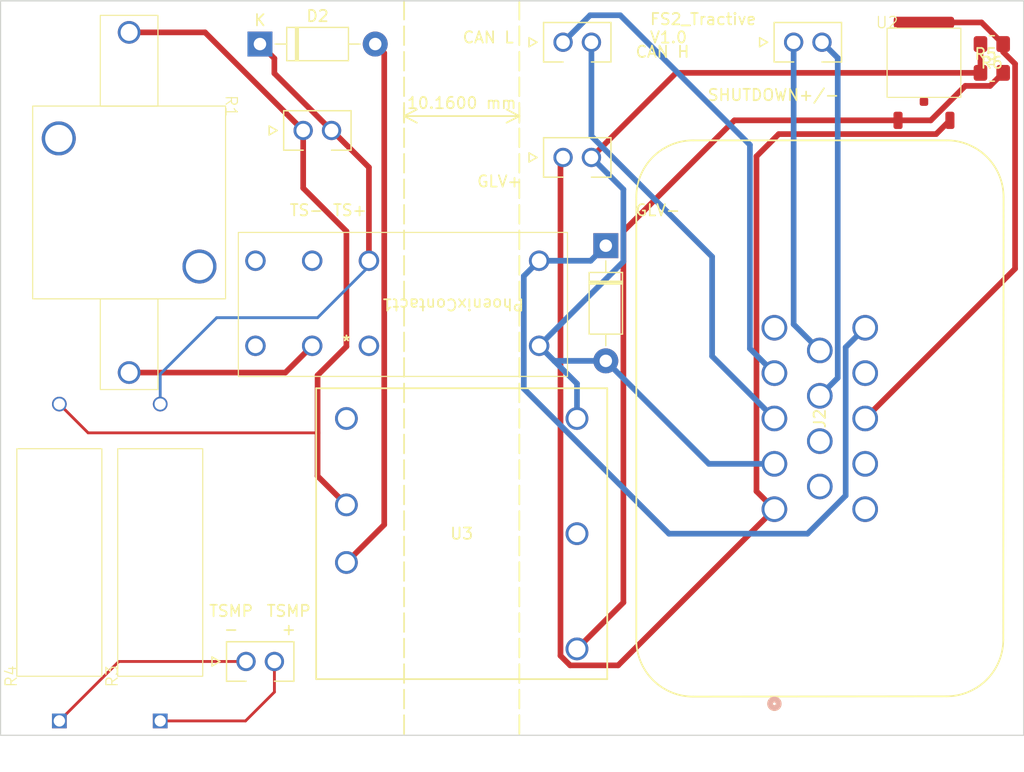
<source format=kicad_pcb>
(kicad_pcb (version 20221018) (generator pcbnew)
  (layers (0 "F.Cu" signal) (31 "B.Cu" signal) (34 "B.Paste" user) (35 "F.Paste" user) (36 "B.SilkS" user "B.Silkscreen") (37 "F.SilkS" user "F.Silkscreen") (38 "B.Mask" user) (39 "F.Mask" user) (44 "Edge.Cuts" user))
  (net 0 "")
  (net 2 "Net-(D2-K)")
  (net 3 "Net-(D2-A)")
  (net 4 "Net-(U2-S)")
  (net 10 "Net-(U2-D)")
  (net 12 "GND")
  (net 13 "Net-(U2-G)")
  (net 15 "Net-(J3-Pad1)")
  (net 17 "Net-(J2-Pad9)")
  (net 18 "Net-(J2-Pad8)")
  (net 19 "Net-(J2-Pad4)")
  (net 20 "Net-(J2-Pad3)")
  (net 21 "/AIRS_FINAL")
  (net 24 "Net-(PhoenixContact1-switching-Pad4)")
  (net 26 "Net-(J1-Pad1)")
  (net 27 "Net-(J1-Pad2)")
  (footprint "Library:resistor_ts" (layer "F.Cu") (at 14.1335 72.263 90)
    (fp_text reference "R4" (at 0 -0.5 90 unlocked) (layer "F.SilkS") (effects (font (thickness 0.1))))
    (fp_text value "5k")
    (fp_rect (start 0 0) (end 20.066 7.493) (stroke (width 0.1)) (fill none) (layer "F.SilkS"))
    (pad "1" thru_hole rect (at -3.937 3.7465 90) (size 1.3 1.3) (drill 1) (layers "*.Cu" "*.Mask") (net 26 "Net-(J1-Pad1)"))
    (pad "2" thru_hole circle (at 24.003 3.7465 90) (size 1.3 1.3) (drill 1) (layers "*.Cu" "*.Mask") (net 15 "Net-(J3-Pad1)"))
  )
  (footprint "Library:G70P02K" (layer "F.Cu") (at 90.83 15.112)
    (fp_text reference "U2" (at 0 -0.5 unlocked) (layer "F.SilkS") (effects (font (thickness 0.1))))
    (fp_text value "~")
    (fp_rect (start 0 0) (end 6.5 6.1) (stroke (width 0.1)) (fill none) (layer "F.SilkS"))
    (pad "1" smd roundrect (at 0.964 8.1255) (size 0.8 1.525) (layers "F.Cu" "F.Paste" "F.Mask") (net 13 "Net-(U2-G)"))
    (pad "2" smd roundrect (at 5.536 8.1255) (size 0.8 1.525) (layers "F.Cu" "F.Paste" "F.Mask") (net 4 "Net-(U2-S)"))
    (pad "3" smd roundrect (at 3.25 -0.506) (size 5.334 1.012) (layers "F.Cu" "F.Paste" "F.Mask") (net 10 "Net-(U2-D)"))
    (pad "4" smd roundrect (at 3.25 6.475) (size 0.75 0.75) (layers "F.Cu" "F.Paste" "F.Mask"))
  )
  (footprint "Resistor_SMD:R_0805_2012Metric_Pad1.20x1.40mm_HandSolder" (layer "F.Cu") (at 100.06 19.05)
    (fp_text reference "R5" (at -0.54 -1.65) (layer "F.SilkS"))
    (fp_text value "2k")
    (fp_line (start -0.227064 -0.735) (end 0.227064 -0.735) (stroke (width 0.12)) (layer "F.SilkS"))
    (fp_line (start -0.227064 0.735) (end 0.227064 0.735) (stroke (width 0.12)) (layer "F.SilkS"))
    (pad "1" smd roundrect (at -1 0) (size 1.2 1.4) (layers "F.Cu" "F.Paste" "F.Mask") (roundrect_rratio 0.2083333333) (net 12 "GND"))
    (pad "2" smd roundrect (at 1 0) (size 1.2 1.4) (layers "F.Cu" "F.Paste" "F.Mask") (roundrect_rratio 0.2083333333) (net 13 "Net-(U2-G)"))
  )
  (footprint "Library:CONN14_776261_TEC" (layer "F.Cu") (at 88.9 41.530001 90)
    (fp_text reference "J2" (at -7.999999 -4 90 unlocked) (layer "F.SilkS"))
    (fp_text value "776261-1")
    (fp_circle (center -33.158699 -7.999999) (end -32.777699 -7.999999) (stroke (width 0.508)) (fill none) (layer "B.SilkS"))
    (fp_line (start -32.5285 -15.1676) (end -32.5031 7.1666) (stroke (width 0.1524)) (layer "F.SilkS"))
    (fp_line (start -27.4993 12.1704) (end 11.5227 12.1958) (stroke (width 0.1524)) (layer "F.SilkS"))
    (fp_line (start 11.5227 -20.1714) (end -27.5247 -20.1714) (stroke (width 0.1524)) (layer "F.SilkS"))
    (fp_line (start 16.5265 7.192) (end 16.5265 -15.1676) (stroke (width 0.1524)) (layer "F.SilkS"))
    (fp_arc (start -32.5285 -15.1676) (mid -31.062921 -18.705821) (end -27.5247 -20.1714) (stroke (width 0.1524)) (layer "F.SilkS"))
    (fp_arc (start -27.4993 12.1704) (mid -31.037521 10.704821) (end -32.5031 7.1666) (stroke (width 0.1524)) (layer "F.SilkS"))
    (fp_arc (start 11.5227 -20.1714) (mid 15.060921 -18.705821) (end 16.5265 -15.1676) (stroke (width 0.1524)) (layer "F.SilkS"))
    (fp_arc (start 16.5265 7.192) (mid 15.060921 10.730221) (end 11.5227 12.1958) (stroke (width 0.1524)) (layer "F.SilkS"))
    (fp_circle (center -33.158699 -7.999999) (end -32.777699 -7.999999) (stroke (width 0.508)) (fill none) (layer "F.SilkS"))
    (pad "" np_thru_hole circle (at -27.199999 3.300001 90) (size 2.0066 2.0066) (drill 2.0066) (layers "*.Cu" "*.Mask"))
    (pad "" np_thru_hole circle (at -25.700003 -14.799999 90) (size 2.0066 2.0066) (drill 2.0066) (layers "*.Cu" "*.Mask"))
    (pad "" np_thru_hole circle (at 9.700004 -14.799999 90) (size 2.0066 2.0066) (drill 2.0066) (layers "*.Cu" "*.Mask"))
    (pad "" np_thru_hole circle (at 11.200001 3.300001 90) (size 2.0066 2.0066) (drill 2.0066) (layers "*.Cu" "*.Mask"))
    (pad "1" thru_hole circle (at -15.999999 -7.999999 90) (size 2.2606 2.2606) (drill 1.7526) (layers "*.Cu" "*.Mask") (net 4 "Net-(U2-S)"))
    (pad "2" thru_hole circle (at -11.999999 -7.999999 90) (size 2.2606 2.2606) (drill 1.7526) (layers "*.Cu" "*.Mask") (net 12 "GND"))
    (pad "3" thru_hole circle (at -7.999999 -7.999999 90) (size 2.2606 2.2606) (drill 1.7526) (layers "*.Cu" "*.Mask") (net 20 "Net-(J2-Pad3)"))
    (pad "4" thru_hole circle (at -4 -7.999999 90) (size 2.2606 2.2606) (drill 1.7526) (layers "*.Cu" "*.Mask") (net 19 "Net-(J2-Pad4)"))
    (pad "5" thru_hole circle (at 0 -7.999999 90) (size 2.2606 2.2606) (drill 1.7526) (layers "*.Cu" "*.Mask"))
    (pad "6" thru_hole circle (at -13.999999 -4 90) (size 2.2606 2.2606) (drill 1.7526) (layers "*.Cu" "*.Mask"))
    (pad "7" thru_hole circle (at -9.999999 -4 90) (size 2.2606 2.2606) (drill 1.7526) (layers "*.Cu" "*.Mask"))
    (pad "8" thru_hole circle (at -5.999999 -4 90) (size 2.2606 2.2606) (drill 1.7526) (layers "*.Cu" "*.Mask") (net 18 "Net-(J2-Pad8)"))
    (pad "9" thru_hole circle (at -2 -4 90) (size 2.2606 2.2606) (drill 1.7526) (layers "*.Cu" "*.Mask") (net 17 "Net-(J2-Pad9)"))
    (pad "10" thru_hole circle (at -15.999999 0 90) (size 2.2606 2.2606) (drill 1.7526) (layers "*.Cu" "*.Mask"))
    (pad "11" thru_hole circle (at -11.999999 0 90) (size 2.2606 2.2606) (drill 1.7526) (layers "*.Cu" "*.Mask"))
    (pad "12" thru_hole circle (at -7.999999 0 90) (size 2.2606 2.2606) (drill 1.7526) (layers "*.Cu" "*.Mask") (net 10 "Net-(U2-D)"))
    (pad "13" thru_hole circle (at -4 0 90) (size 2.2606 2.2606) (drill 1.7526) (layers "*.Cu" "*.Mask"))
    (pad "14" thru_hole circle (at 0 0 90) (size 2.2606 2.2606) (drill 1.7526) (layers "*.Cu" "*.Mask") (net 21 "/AIRS_FINAL"))
  )
  (footprint "Library:D_DO-41_SOD81_P10.16mm_Horizontal" (layer "F.Cu") (at 66.04 34.29 -90)
    (fp_text reference "D1" hide)
    (fp_text value "1N4001")
    (fp_line (start 1.34 0) (end 2.36 0) (stroke (width 0.12)) (layer "F.SilkS"))
    (fp_line (start 2.36 -1.47) (end 2.36 1.47) (stroke (width 0.12)) (layer "F.SilkS"))
    (fp_line (start 2.36 1.47) (end 7.8 1.47) (stroke (width 0.12)) (layer "F.SilkS"))
    (fp_line (start 3.14 -1.47) (end 3.14 1.47) (stroke (width 0.12)) (layer "F.SilkS"))
    (fp_line (start 3.26 -1.47) (end 3.26 1.47) (stroke (width 0.12)) (layer "F.SilkS"))
    (fp_line (start 3.38 -1.47) (end 3.38 1.47) (stroke (width 0.12)) (layer "F.SilkS"))
    (fp_line (start 7.8 -1.47) (end 2.36 -1.47) (stroke (width 0.12)) (layer "F.SilkS"))
    (fp_line (start 7.8 1.47) (end 7.8 -1.47) (stroke (width 0.12)) (layer "F.SilkS"))
    (fp_line (start 8.82 0) (end 7.8 0) (stroke (width 0.12)) (layer "F.SilkS"))
    (pad "1" thru_hole rect (at 0 0 270) (size 2.2 2.2) (drill 1.1) (layers "*.Cu" "*.Mask") (net 21 "/AIRS_FINAL"))
    (pad "2" thru_hole oval (at 10.16 0 270) (size 2.2 2.2) (drill 1.1) (layers "*.Cu" "*.Mask") (net 12 "GND"))
  )
  (footprint "Library:MOLEX_1053091202" (layer "F.Cu") (at 34.33425 70.96)
    (fp_text reference "J1" hide)
    (fp_text value "TSMP")
    (fp_line (start -3 -0.4) (end -3 0.4) (stroke (width 0.127)) (layer "F.SilkS"))
    (fp_line (start -3 0.4) (end -2.3 0) (stroke (width 0.127)) (layer "F.SilkS"))
    (fp_line (start -2.3 0) (end -3 -0.4) (stroke (width 0.127)) (layer "F.SilkS"))
    (fp_line (start -1.72 -1.74) (end 4.22 -1.74) (stroke (width 0.127)) (layer "F.SilkS"))
    (fp_line (start -1.72 1.74) (end -1.72 -1.74) (stroke (width 0.127)) (layer "F.SilkS"))
    (fp_line (start 0 1.74) (end -1.72 1.74) (stroke (width 0.127)) (layer "F.SilkS"))
    (fp_line (start 4.22 -1.74) (end 4.22 1.74) (stroke (width 0.127)) (layer "F.SilkS"))
    (fp_line (start 4.22 1.74) (end 2.5 1.74) (stroke (width 0.127)) (layer "F.SilkS"))
    (pad "" np_thru_hole circle (at 1.25 1.34) (size 1.3 1.3) (drill 1.3) (layers "*.Cu" "*.Mask"))
    (pad "1" thru_hole circle (at 0 0) (size 1.7 1.7) (drill 1.2) (layers "*.Cu") (net 26 "Net-(J1-Pad1)"))
    (pad "2" thru_hole circle (at 2.5 0) (size 1.7 1.7) (drill 1.2) (layers "*.Cu") (net 27 "Net-(J1-Pad2)"))
  )
  (footprint "Library:resistor" (layer "F.Cu") (at 32.53 21.98 -90)
    (fp_text reference "R1" (at 0 -0.5 -90 unlocked) (layer "F.SilkS") (effects (font (thickness 0.1))))
    (fp_text value "680")
    (fp_rect (start -8 5.96) (end 0 11.04) (stroke (width 0.1)) (fill none) (layer "F.SilkS"))
    (fp_rect (start 0 0) (end 17 17) (stroke (width 0.1)) (fill none) (layer "F.SilkS"))
    (fp_rect (start 17 5.96) (end 25 11.04) (stroke (width 0.1)) (fill none) (layer "F.SilkS"))
    (pad "" np_thru_hole circle (at 2.85 14.7 270) (size 3 3) (drill 2.4) (layers "F&B.Cu" "*.Mask"))
    (pad "" np_thru_hole circle (at 14.15 2.3 270) (size 3 3) (drill 2.4) (layers "F&B.Cu" "*.Mask"))
    (pad "1" thru_hole circle (at 23.5 8.5 270) (size 2 2) (drill 1.5) (layers "*.Cu" "*.Mask") (net 24 "Net-(PhoenixContact1-switching-Pad4)"))
    (pad "2" thru_hole circle (at -6.5 8.5 270) (size 2 2) (drill 1.5) (layers "*.Cu" "*.Mask") (net 15 "Net-(J3-Pad1)"))
  )
  (footprint "Library:resistor_ts" (layer "F.Cu") (at 23.0235 72.263 90)
    (fp_text reference "R3" (at 0 -0.5 90 unlocked) (layer "F.SilkS") (effects (font (thickness 0.1))))
    (fp_text value "5k")
    (fp_rect (start 0 0) (end 20.066 7.493) (stroke (width 0.1)) (fill none) (layer "F.SilkS"))
    (pad "1" thru_hole rect (at -3.937 3.7465 90) (size 1.3 1.3) (drill 1) (layers "*.Cu" "*.Mask") (net 27 "Net-(J1-Pad2)"))
    (pad "2" thru_hole circle (at 24.003 3.7465 90) (size 1.3 1.3) (drill 1) (layers "*.Cu" "*.Mask") (net 2 "Net-(D2-K)"))
  )
  (footprint "1FS_2_Global_Footprint_Library:PQDE6W-Q110-S5-H-D_CUI" (layer "F.Cu") (at 43.18 49.53)
    (fp_text reference "U3" (at 10.16 10.16 unlocked) (layer "F.SilkS"))
    (fp_text value "PQDE6W-Q110-S5-H-D")
    (fp_text user "*" (at 0 -6.773334 unlocked) (layer "F.SilkS"))
    (fp_text user "*" (at 0 -6.773334) (layer "F.SilkS"))
    (fp_line (start -2.667 -2.667) (end -2.667 22.987) (stroke (width 0.1524)) (layer "F.SilkS"))
    (fp_line (start -2.667 22.987) (end 22.987 22.987) (stroke (width 0.1524)) (layer "F.SilkS"))
    (fp_line (start 22.987 -2.667) (end -2.667 -2.667) (stroke (width 0.1524)) (layer "F.SilkS"))
    (fp_line (start 22.987 22.987) (end 22.987 -2.667) (stroke (width 0.1524)) (layer "F.SilkS"))
    (pad "1" thru_hole circle (at 0 0) (size 2.0066 2.0066) (drill 1.4986) (layers "*.Cu" "*.Mask"))
    (pad "2" thru_hole circle (at 0 7.62) (size 2.0066 2.0066) (drill 1.4986) (layers "*.Cu" "*.Mask") (net 15 "Net-(J3-Pad1)"))
    (pad "3" thru_hole circle (at 0 12.7) (size 2.0066 2.0066) (drill 1.4986) (layers "*.Cu" "*.Mask") (net 3 "Net-(D2-A)"))
    (pad "4" thru_hole circle (at 20.32 20.32) (size 2.0066 2.0066) (drill 1.4986) (layers "*.Cu" "*.Mask") (net 13 "Net-(U2-G)"))
    (pad "5" thru_hole circle (at 20.32 10.16) (size 2.0066 2.0066) (drill 1.4986) (layers "*.Cu" "*.Mask"))
    (pad "6" thru_hole circle (at 20.32 0) (size 2.0066 2.0066) (drill 1.4986) (layers "*.Cu" "*.Mask") (net 12 "GND"))
  )
  (footprint "Library:relay" (layer "F.Cu") (at 62.6635 33.12 -90)
    (fp_text reference "PhoenixContact1" hide)
    (fp_text value "~")
    (fp_text user "${REFERENCE}" (at 6.35 10.1 -180 unlocked) (layer "F.SilkS"))
    (fp_rect (start 0 0) (end 12.7 29.007) (stroke (width 0.1)) (fill none) (layer "F.SilkS"))
    (pad "1" thru_hole circle (at 2.5 2.5 270) (size 1.8 1.8) (drill 1.3) (layers "*.Cu" "*.Mask") (net 21 "/AIRS_FINAL"))
    (pad "2" thru_hole circle (at 10 2.5 270) (size 1.8 1.8) (drill 1.3) (layers "*.Cu" "*.Mask") (net 12 "GND"))
    (pad "3" thru_hole circle (at 2.5 17.5 270) (size 1.8 1.8) (drill 1.3) (layers "*.Cu" "*.Mask") (net 2 "Net-(D2-K)"))
    (pad "4" thru_hole circle (at 10 22.5 270) (size 1.8 1.8) (drill 1.3) (layers "*.Cu" "*.Mask") (net 24 "Net-(PhoenixContact1-switching-Pad4)"))
    (pad "5" thru_hole circle (at 10 27.5 270) (size 1.8 1.8) (drill 1.3) (layers "*.Cu" "*.Mask"))
    (pad "6" thru_hole circle (at 10 17.5 270) (size 1.8 1.8) (drill 1.3) (layers "*.Cu" "*.Mask"))
    (pad "7" thru_hole circle (at 2.5 22.5 270) (size 1.8 1.8) (drill 1.3) (layers "*.Cu" "*.Mask"))
    (pad "8" thru_hole circle (at 2.5 27.5 270) (size 1.8 1.8) (drill 1.3) (layers "*.Cu" "*.Mask"))
  )
  (footprint "Library:MOLEX_1053091202" (layer "F.Cu") (at 82.59425 16.35)
    (fp_text reference "J4" hide)
    (fp_text value "Shutdown")
    (fp_line (start -3 -0.4) (end -3 0.4) (stroke (width 0.127)) (layer "F.SilkS"))
    (fp_line (start -3 0.4) (end -2.3 0) (stroke (width 0.127)) (layer "F.SilkS"))
    (fp_line (start -2.3 0) (end -3 -0.4) (stroke (width 0.127)) (layer "F.SilkS"))
    (fp_line (start -1.72 -1.74) (end 4.22 -1.74) (stroke (width 0.127)) (layer "F.SilkS"))
    (fp_line (start -1.72 1.74) (end -1.72 -1.74) (stroke (width 0.127)) (layer "F.SilkS"))
    (fp_line (start 0 1.74) (end -1.72 1.74) (stroke (width 0.127)) (layer "F.SilkS"))
    (fp_line (start 4.22 -1.74) (end 4.22 1.74) (stroke (width 0.127)) (layer "F.SilkS"))
    (fp_line (start 4.22 1.74) (end 2.5 1.74) (stroke (width 0.127)) (layer "F.SilkS"))
    (pad "" np_thru_hole circle (at 1.25 1.34) (size 1.3 1.3) (drill 1.3) (layers "*.Cu" "*.Mask"))
    (pad "1" thru_hole circle (at 0 0) (size 1.7 1.7) (drill 1.2) (layers "*.Cu") (net 17 "Net-(J2-Pad9)"))
    (pad "2" thru_hole circle (at 2.5 0) (size 1.7 1.7) (drill 1.2) (layers "*.Cu") (net 18 "Net-(J2-Pad8)"))
  )
  (footprint "Library:MOLEX_1053091202" (layer "F.Cu") (at 62.27425 16.35)
    (fp_text reference "J5" hide)
    (fp_text value "CAN")
    (fp_line (start -3 -0.4) (end -3 0.4) (stroke (width 0.127)) (layer "F.SilkS"))
    (fp_line (start -3 0.4) (end -2.3 0) (stroke (width 0.127)) (layer "F.SilkS"))
    (fp_line (start -2.3 0) (end -3 -0.4) (stroke (width 0.127)) (layer "F.SilkS"))
    (fp_line (start -1.72 -1.74) (end 4.22 -1.74) (stroke (width 0.127)) (layer "F.SilkS"))
    (fp_line (start -1.72 1.74) (end -1.72 -1.74) (stroke (width 0.127)) (layer "F.SilkS"))
    (fp_line (start 0 1.74) (end -1.72 1.74) (stroke (width 0.127)) (layer "F.SilkS"))
    (fp_line (start 4.22 -1.74) (end 4.22 1.74) (stroke (width 0.127)) (layer "F.SilkS"))
    (fp_line (start 4.22 1.74) (end 2.5 1.74) (stroke (width 0.127)) (layer "F.SilkS"))
    (pad "" np_thru_hole circle (at 1.25 1.34) (size 1.3 1.3) (drill 1.3) (layers "*.Cu" "*.Mask"))
    (pad "1" thru_hole circle (at 0 0) (size 1.7 1.7) (drill 1.2) (layers "*.Cu") (net 19 "Net-(J2-Pad4)"))
    (pad "2" thru_hole circle (at 2.5 0) (size 1.7 1.7) (drill 1.2) (layers "*.Cu") (net 20 "Net-(J2-Pad3)"))
  )
  (footprint "Library:MOLEX_1053091202" (layer "F.Cu") (at 39.37 24.13)
    (fp_text reference "J3" hide)
    (fp_text value "TS")
    (fp_line (start -3 -0.4) (end -3 0.4) (stroke (width 0.127)) (layer "F.SilkS"))
    (fp_line (start -3 0.4) (end -2.3 0) (stroke (width 0.127)) (layer "F.SilkS"))
    (fp_line (start -2.3 0) (end -3 -0.4) (stroke (width 0.127)) (layer "F.SilkS"))
    (fp_line (start -1.72 -1.74) (end 4.22 -1.74) (stroke (width 0.127)) (layer "F.SilkS"))
    (fp_line (start -1.72 1.74) (end -1.72 -1.74) (stroke (width 0.127)) (layer "F.SilkS"))
    (fp_line (start 0 1.74) (end -1.72 1.74) (stroke (width 0.127)) (layer "F.SilkS"))
    (fp_line (start 4.22 -1.74) (end 4.22 1.74) (stroke (width 0.127)) (layer "F.SilkS"))
    (fp_line (start 4.22 1.74) (end 2.5 1.74) (stroke (width 0.127)) (layer "F.SilkS"))
    (pad "" np_thru_hole circle (at 1.25 1.34) (size 1.3 1.3) (drill 1.3) (layers "*.Cu" "*.Mask"))
    (pad "1" thru_hole circle (at 0 0) (size 1.7 1.7) (drill 1.2) (layers "*.Cu") (net 15 "Net-(J3-Pad1)"))
    (pad "2" thru_hole circle (at 2.5 0) (size 1.7 1.7) (drill 1.2) (layers "*.Cu") (net 2 "Net-(D2-K)"))
  )
  (footprint "Resistor_SMD:R_0805_2012Metric_Pad1.20x1.40mm_HandSolder" (layer "F.Cu") (at 100.06 16.51 180)
    (fp_text reference "R6" (at 0 -1.65) (layer "F.SilkS"))
    (fp_text value "2k")
    (fp_line (start -0.227064 -0.735) (end 0.227064 -0.735) (stroke (width 0.12)) (layer "F.SilkS"))
    (fp_line (start -0.227064 0.735) (end 0.227064 0.735) (stroke (width 0.12)) (layer "F.SilkS"))
    (pad "1" smd roundrect (at -1 0 180) (size 1.2 1.4) (layers "F.Cu" "F.Paste" "F.Mask") (roundrect_rratio 0.2083333333) (net 10 "Net-(U2-D)"))
    (pad "2" smd roundrect (at 1 0 180) (size 1.2 1.4) (layers "F.Cu" "F.Paste" "F.Mask") (roundrect_rratio 0.2083333333) (net 12 "GND"))
  )
  (footprint "Diode_THT:D_DO-41_SOD81_P10.16mm_Horizontal" (layer "F.Cu") (at 35.56 16.51)
    (fp_text reference "D2" (at 5.08 -2.47) (layer "F.SilkS"))
    (fp_text value "20")
    (fp_text user "K" (at 0 -2.1) (layer "F.SilkS"))
    (fp_line (start 1.34 0) (end 2.36 0) (stroke (width 0.12)) (layer "F.SilkS"))
    (fp_line (start 2.36 -1.47) (end 2.36 1.47) (stroke (width 0.12)) (layer "F.SilkS"))
    (fp_line (start 2.36 1.47) (end 7.8 1.47) (stroke (width 0.12)) (layer "F.SilkS"))
    (fp_line (start 3.14 -1.47) (end 3.14 1.47) (stroke (width 0.12)) (layer "F.SilkS"))
    (fp_line (start 3.26 -1.47) (end 3.26 1.47) (stroke (width 0.12)) (layer "F.SilkS"))
    (fp_line (start 3.38 -1.47) (end 3.38 1.47) (stroke (width 0.12)) (layer "F.SilkS"))
    (fp_line (start 7.8 -1.47) (end 2.36 -1.47) (stroke (width 0.12)) (layer "F.SilkS"))
    (fp_line (start 7.8 1.47) (end 7.8 -1.47) (stroke (width 0.12)) (layer "F.SilkS"))
    (fp_line (start 8.82 0) (end 7.8 0) (stroke (width 0.12)) (layer "F.SilkS"))
    (pad "1" thru_hole rect (at 0 0) (size 2.2 2.2) (drill 1.1) (layers "*.Cu" "*.Mask") (net 2 "Net-(D2-K)"))
    (pad "2" thru_hole oval (at 10.16 0) (size 2.2 2.2) (drill 1.1) (layers "*.Cu" "*.Mask") (net 3 "Net-(D2-A)"))
  )
  (footprint "Library:MOLEX_1053091202" (layer "F.Cu") (at 62.27425 26.51)
    (fp_text reference "J6" hide)
    (fp_text value "GLV")
    (fp_line (start -3 -0.4) (end -3 0.4) (stroke (width 0.127)) (layer "F.SilkS"))
    (fp_line (start -3 0.4) (end -2.3 0) (stroke (width 0.127)) (layer "F.SilkS"))
    (fp_line (start -2.3 0) (end -3 -0.4) (stroke (width 0.127)) (layer "F.SilkS"))
    (fp_line (start -1.72 -1.74) (end 4.22 -1.74) (stroke (width 0.127)) (layer "F.SilkS"))
    (fp_line (start -1.72 1.74) (end -1.72 -1.74) (stroke (width 0.127)) (layer "F.SilkS"))
    (fp_line (start 0 1.74) (end -1.72 1.74) (stroke (width 0.127)) (layer "F.SilkS"))
    (fp_line (start 4.22 -1.74) (end 4.22 1.74) (stroke (width 0.127)) (layer "F.SilkS"))
    (fp_line (start 4.22 1.74) (end 2.5 1.74) (stroke (width 0.127)) (layer "F.SilkS"))
    (pad "" np_thru_hole circle (at 1.25 1.34) (size 1.3 1.3) (drill 1.3) (layers "*.Cu" "*.Mask"))
    (pad "1" thru_hole circle (at 0 0) (size 1.7 1.7) (drill 1.2) (layers "*.Cu") (net 4 "Net-(U2-S)"))
    (pad "2" thru_hole circle (at 2.5 0) (size 1.7 1.7) (drill 1.2) (layers "*.Cu") (net 12 "GND"))
  )
  (gr_line (start 58.42 12.7) (end 58.42 77.47) (stroke (width 0.15) (type dash)) (layer "F.SilkS"))
  (gr_line (start 48.26 12.7) (end 48.26 77.47) (stroke (width 0.15) (type dash)) (layer "F.SilkS"))
  (gr_rect (start 12.7 12.7) (end 102.87 77.47) (stroke (width 0.1)) (fill none) (layer "Edge.Cuts"))
  (gr_text "TSMP\n-" (at 33.02 67.31) (layer "F.SilkS") (effects (font (size 1 1))))
  (gr_text "SHUTDOWN+/-" (at 74.93 21.59) (layer "F.SilkS") (effects (font (size 1 1)) (justify left bottom)))
  (gr_text "GLV+" (at 54.61 29.21) (layer "F.SilkS") (effects (font (size 1 1)) (justify left bottom)))
  (gr_text "TS-" (at 38.1 31.75) (layer "F.SilkS") (effects (font (size 1 1)) (justify left bottom)))
  (gr_text "TSMP\n+" (at 38.1 67.31) (layer "F.SilkS") (effects (font (size 1 1))))
  (gr_text "FS2_Tractive\nV1.0" (at 69.85 16.51) (layer "F.SilkS") (effects (font (size 1 1)) (justify left bottom)))
  (gr_text "GLV-" (at 68.58 31.75) (layer "F.SilkS") (effects (font (size 1 1)) (justify left bottom)))
  (gr_text "CAN L" (at 53.34 16.51) (layer "F.SilkS") (effects (font (size 1 1)) (justify left bottom)))
  (gr_text "CAN H" (at 68.58 17.78) (layer "F.SilkS") (effects (font (size 1 1)) (justify left bottom)))
  (gr_text "TS+" (at 41.91 31.75) (layer "F.SilkS") (effects (font (size 1 1)) (justify left bottom)))
  (dimension (type aligned) (layer "F.SilkS") (pts (xy 48.26 21.59) (xy 58.42 21.59)) (height 1.27) (gr_text "10.1600 mm" (at 53.34 21.71) (layer "F.SilkS") (effects (font (size 1 1) (thickness 0.15)))) (format (prefix "") (suffix "") (units 3) (units_format 1) (precision 4)) (style (thickness 0.15) (arrow_length 1.27) (text_position_mode 0) (extension_height 0.58642) (extension_offset 0.5) keep_text_aligned))
  (segment (start 36.83 17.78) (end 35.56 16.51) (width 0.5) (layer "F.Cu") (net 2))
  (segment (start 45.1635 35.62) (end 45.1635 27.3835) (width 0.5) (layer "F.Cu") (net 2))
  (segment (start 36.83 19.09) (end 36.83 17.78) (width 0.5) (layer "F.Cu") (net 2))
  (segment (start 45.1635 27.3835) (end 41.91 24.13) (width 0.5) (layer "F.Cu") (net 2))
  (segment (start 41.91 24.13) (end 41.87 24.13) (width 0.5) (layer "F.Cu") (net 2))
  (segment (start 41.87 24.13) (end 36.83 19.09) (width 0.5) (layer "F.Cu") (net 2))
  (segment (start 40.64 40.64) (end 45.1635 36.1165) (width 0.25) (layer "B.Cu") (net 2))
  (segment (start 31.75 40.64) (end 40.64 40.64) (width 0.25) (layer "B.Cu") (net 2))
  (segment (start 45.1635 36.1165) (end 45.1635 35.62) (width 0.25) (layer "B.Cu") (net 2))
  (segment (start 26.77 45.62) (end 31.75 40.64) (width 0.25) (layer "B.Cu") (net 2))
  (segment (start 26.77 48.26) (end 26.77 45.62) (width 0.25) (layer "B.Cu") (net 2))
  (segment (start 45.72 16.51) (end 46.5135 17.3035) (width 0.5) (layer "F.Cu") (net 3))
  (segment (start 46.5135 17.3035) (end 46.5135 58.8965) (width 0.5) (layer "F.Cu") (net 3))
  (segment (start 46.5135 58.8965) (end 43.18 62.23) (width 0.5) (layer "F.Cu") (net 3))
  (segment (start 79.319701 26.410299) (end 81.28 24.45) (width 0.5) (layer "F.Cu") (net 4))
  (segment (start 79.319701 55.9497) (end 79.319701 26.410299) (width 0.5) (layer "F.Cu") (net 4))
  (segment (start 62.27425 26.51) (end 62.0467 26.73755) (width 0.5) (layer "F.Cu") (net 4))
  (segment (start 95.1535 24.45) (end 81.28 24.45) (width 0.5) (layer "F.Cu") (net 4))
  (segment (start 62.898022 71.3033) (end 67.126701 71.3033) (width 0.5) (layer "F.Cu") (net 4))
  (segment (start 62.0467 70.451978) (end 62.898022 71.3033) (width 0.5) (layer "F.Cu") (net 4))
  (segment (start 80.900001 57.53) (end 79.319701 55.9497) (width 0.5) (layer "F.Cu") (net 4))
  (segment (start 67.126701 71.3033) (end 80.900001 57.53) (width 0.5) (layer "F.Cu") (net 4))
  (segment (start 96.366 23.2375) (end 95.1535 24.45) (width 0.5) (layer "F.Cu") (net 4))
  (segment (start 62.0467 26.73755) (end 62.0467 70.451978) (width 0.5) (layer "F.Cu") (net 4))
  (segment (start 102.11 36.32) (end 88.9 49.53) (width 0.5) (layer "F.Cu") (net 10))
  (segment (start 101.06 16.51) (end 101.06 17.21) (width 0.5) (layer "F.Cu") (net 10))
  (segment (start 99.156 14.606) (end 101.06 16.51) (width 0.5) (layer "F.Cu") (net 10))
  (segment (start 102.11 18.26) (end 102.11 36.32) (width 0.5) (layer "F.Cu") (net 10))
  (segment (start 101.06 17.21) (end 102.11 18.26) (width 0.5) (layer "F.Cu") (net 10))
  (segment (start 94.08 14.606) (end 99.156 14.606) (width 0.5) (layer "F.Cu") (net 10))
  (segment (start 99.06 16.51) (end 99.06 19.05) (width 0.5) (layer "F.Cu") (net 12))
  (segment (start 72.23425 19.05) (end 64.77425 26.51) (width 0.5) (layer "F.Cu") (net 12))
  (segment (start 99.06 19.05) (end 72.23425 19.05) (width 0.5) (layer "F.Cu") (net 12))
  (segment (start 61.4935 44.45) (end 60.1635 43.12) (width 0.5) (layer "B.Cu") (net 12))
  (segment (start 67.59 29.32575) (end 67.59 35.6935) (width 0.5) (layer "B.Cu") (net 12))
  (segment (start 63.5 49.53) (end 63.5 46.4565) (width 0.5) (layer "B.Cu") (net 12))
  (segment (start 80.900001 53.53) (end 75.12 53.53) (width 0.5) (layer "B.Cu") (net 12))
  (segment (start 75.12 53.53) (end 66.04 44.45) (width 0.5) (layer "B.Cu") (net 12))
  (segment (start 63.5 46.4565) (end 61.4935 44.45) (width 0.5) (layer "B.Cu") (net 12))
  (segment (start 66.04 44.45) (end 61.4935 44.45) (width 0.5) (layer "B.Cu") (net 12))
  (segment (start 64.77425 26.51) (end 67.59 29.32575) (width 0.5) (layer "B.Cu") (net 12))
  (segment (start 67.59 35.6935) (end 60.1635 43.12) (width 0.5) (layer "B.Cu") (net 12))
  (segment (start 97.721762 20.2) (end 99.91 20.2) (width 0.5) (layer "F.Cu") (net 13))
  (segment (start 67.59 65.76) (end 63.5 69.85) (width 0.5) (layer "F.Cu") (net 13))
  (segment (start 67.59 33.02005) (end 67.59 65.76) (width 0.5) (layer "F.Cu") (net 13))
  (segment (start 91.794 23.2375) (end 94.684262 23.2375) (width 0.5) (layer "F.Cu") (net 13))
  (segment (start 77.37255 23.2375) (end 67.59 33.02005) (width 0.5) (layer "F.Cu") (net 13))
  (segment (start 94.684262 23.2375) (end 97.721762 20.2) (width 0.5) (layer "F.Cu") (net 13))
  (segment (start 91.794 23.2375) (end 77.37255 23.2375) (width 0.5) (layer "F.Cu") (net 13))
  (segment (start 99.91 20.2) (end 101.06 19.05) (width 0.5) (layer "F.Cu") (net 13))
  (segment (start 40.64 50.8) (end 40.64 45.72) (width 0.5) (layer "F.Cu") (net 15))
  (segment (start 39.37 24.13) (end 30.72 15.48) (width 0.5) (layer "F.Cu") (net 15))
  (segment (start 30.72 15.48) (end 24.03 15.48) (width 0.5) (layer "F.Cu") (net 15))
  (segment (start 40.64 50.8) (end 40.64 54.61) (width 0.5) (layer "F.Cu") (net 15))
  (segment (start 20.42 50.8) (end 17.88 48.26) (width 0.25) (layer "F.Cu") (net 15))
  (segment (start 43.18 33.02) (end 39.37 29.21) (width 0.5) (layer "F.Cu") (net 15))
  (segment (start 40.64 54.61) (end 43.18 57.15) (width 0.5) (layer "F.Cu") (net 15))
  (segment (start 39.37 29.21) (end 39.37 24.13) (width 0.5) (layer "F.Cu") (net 15))
  (segment (start 40.64 45.72) (end 43.18 43.18) (width 0.5) (layer "F.Cu") (net 15))
  (segment (start 40.64 50.8) (end 20.42 50.8) (width 0.25) (layer "F.Cu") (net 15))
  (segment (start 43.18 43.18) (end 43.18 33.02) (width 0.5) (layer "F.Cu") (net 15))
  (segment (start 82.59425 41.224251) (end 84.9 43.530001) (width 0.5) (layer "B.Cu") (net 17))
  (segment (start 82.59425 16.35) (end 82.59425 41.224251) (width 0.5) (layer "B.Cu") (net 17))
  (segment (start 86.4803 17.73605) (end 86.4803 45.9497) (width 0.5) (layer "B.Cu") (net 18))
  (segment (start 85.09425 16.35) (end 86.4803 17.73605) (width 0.5) (layer "B.Cu") (net 18))
  (segment (start 86.4803 45.9497) (end 84.9 47.53) (width 0.5) (layer "B.Cu") (net 18))
  (segment (start 80.900001 45.530001) (end 78.74 43.37) (width 0.5) (layer "B.Cu") (net 19))
  (segment (start 78.74 25.4) (end 67.31 13.97) (width 0.5) (layer "B.Cu") (net 19))
  (segment (start 67.31 13.97) (end 64.65425 13.97) (width 0.5) (layer "B.Cu") (net 19))
  (segment (start 78.74 43.37) (end 78.74 25.4) (width 0.5) (layer "B.Cu") (net 19))
  (segment (start 64.65425 13.97) (end 62.27425 16.35) (width 0.5) (layer "B.Cu") (net 19))
  (segment (start 75.40995 35.265933) (end 75.40995 44.039949) (width 0.5) (layer "B.Cu") (net 20))
  (segment (start 75.40995 44.039949) (end 80.900001 49.53) (width 0.5) (layer "B.Cu") (net 20))
  (segment (start 64.77425 16.35) (end 64.77425 24.630233) (width 0.5) (layer "B.Cu") (net 20))
  (segment (start 64.77425 24.630233) (end 75.40995 35.265933) (width 0.5) (layer "B.Cu") (net 20))
  (segment (start 88.9 41.530001) (end 87.1803 43.249701) (width 0.5) (layer "B.Cu") (net 21))
  (segment (start 87.1803 43.249701) (end 87.1803 56.3297) (width 0.5) (layer "B.Cu") (net 21))
  (segment (start 87.1803 56.3297) (end 83.82 59.69) (width 0.5) (layer "B.Cu") (net 21))
  (segment (start 83.82 59.69) (end 71.604722 59.69) (width 0.5) (layer "B.Cu") (net 21))
  (segment (start 60.1635 35.62) (end 64.71 35.62) (width 0.5) (layer "B.Cu") (net 21))
  (segment (start 71.604722 59.69) (end 58.8135 46.898778) (width 0.5) (layer "B.Cu") (net 21))
  (segment (start 58.8135 36.97) (end 60.1635 35.62) (width 0.5) (layer "B.Cu") (net 21))
  (segment (start 64.71 35.62) (end 66.04 34.29) (width 0.5) (layer "B.Cu") (net 21))
  (segment (start 58.8135 46.898778) (end 58.8135 36.97) (width 0.5) (layer "B.Cu") (net 21))
  (segment (start 37.8035 45.48) (end 24.03 45.48) (width 0.5) (layer "F.Cu") (net 24))
  (segment (start 40.1635 43.12) (end 37.8035 45.48) (width 0.5) (layer "F.Cu") (net 24))
  (segment (start 34.33425 70.96) (end 23.12 70.96) (width 0.25) (layer "F.Cu") (net 26))
  (segment (start 23.12 70.96) (end 17.88 76.2) (width 0.25) (layer "F.Cu") (net 26))
  (segment (start 34.29 76.2) (end 36.83425 73.65575) (width 0.25) (layer "F.Cu") (net 27))
  (segment (start 26.77 76.2) (end 34.29 76.2) (width 0.25) (layer "F.Cu") (net 27))
  (segment (start 36.83425 73.65575) (end 36.83425 70.96) (width 0.25) (layer "F.Cu") (net 27))
)
</source>
